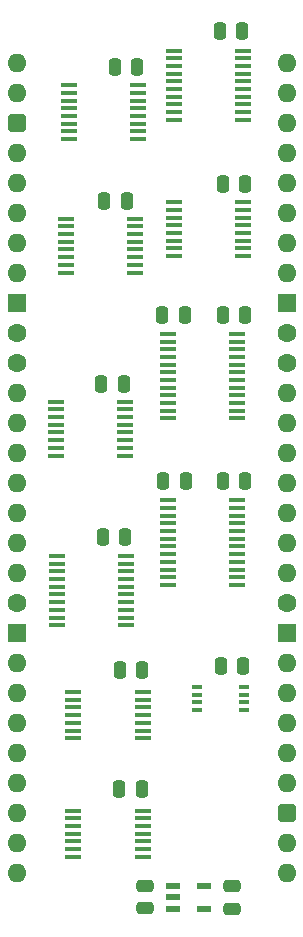
<source format=gts>
%TF.GenerationSoftware,KiCad,Pcbnew,8.0.4*%
%TF.CreationDate,2024-08-14T09:05:32+02:00*%
%TF.ProjectId,VIA Control,56494120-436f-46e7-9472-6f6c2e6b6963,rev?*%
%TF.SameCoordinates,PX791ddc0PY4fefde0*%
%TF.FileFunction,Soldermask,Top*%
%TF.FilePolarity,Negative*%
%FSLAX46Y46*%
G04 Gerber Fmt 4.6, Leading zero omitted, Abs format (unit mm)*
G04 Created by KiCad (PCBNEW 8.0.4) date 2024-08-14 09:05:32*
%MOMM*%
%LPD*%
G01*
G04 APERTURE LIST*
G04 Aperture macros list*
%AMRoundRect*
0 Rectangle with rounded corners*
0 $1 Rounding radius*
0 $2 $3 $4 $5 $6 $7 $8 $9 X,Y pos of 4 corners*
0 Add a 4 corners polygon primitive as box body*
4,1,4,$2,$3,$4,$5,$6,$7,$8,$9,$2,$3,0*
0 Add four circle primitives for the rounded corners*
1,1,$1+$1,$2,$3*
1,1,$1+$1,$4,$5*
1,1,$1+$1,$6,$7*
1,1,$1+$1,$8,$9*
0 Add four rect primitives between the rounded corners*
20,1,$1+$1,$2,$3,$4,$5,0*
20,1,$1+$1,$4,$5,$6,$7,0*
20,1,$1+$1,$6,$7,$8,$9,0*
20,1,$1+$1,$8,$9,$2,$3,0*%
G04 Aperture macros list end*
%ADD10RoundRect,0.250000X0.250000X0.475000X-0.250000X0.475000X-0.250000X-0.475000X0.250000X-0.475000X0*%
%ADD11RoundRect,0.250000X-0.250000X-0.475000X0.250000X-0.475000X0.250000X0.475000X-0.250000X0.475000X0*%
%ADD12R,0.950000X0.450000*%
%ADD13R,1.475000X0.450000*%
%ADD14R,1.450000X0.450000*%
%ADD15RoundRect,0.250000X-0.475000X0.250000X-0.475000X-0.250000X0.475000X-0.250000X0.475000X0.250000X0*%
%ADD16O,1.600000X1.600000*%
%ADD17RoundRect,0.400000X-0.400000X-0.400000X0.400000X-0.400000X0.400000X0.400000X-0.400000X0.400000X0*%
%ADD18R,1.600000X1.600000*%
%ADD19C,1.600000*%
%ADD20RoundRect,0.250000X0.475000X-0.250000X0.475000X0.250000X-0.475000X0.250000X-0.475000X-0.250000X0*%
%ADD21R,1.150000X0.600000*%
G04 APERTURE END LIST*
D10*
%TO.C,C12*%
X10651000Y-51435000D03*
X8751000Y-51435000D03*
%TD*%
%TO.C,C13*%
X9189000Y-40132000D03*
X7289000Y-40132000D03*
%TD*%
D11*
%TO.C,C4*%
X12401000Y-35433000D03*
X14301000Y-35433000D03*
%TD*%
D12*
%TO.C,IC3*%
X15297000Y-52873000D03*
X15297000Y-53523000D03*
X15297000Y-54173000D03*
X15297000Y-54823000D03*
X19247000Y-54823000D03*
X19247000Y-54173000D03*
X19247000Y-53523000D03*
X19247000Y-52873000D03*
%TD*%
D10*
%TO.C,C7*%
X10205000Y-381000D03*
X8305000Y-381000D03*
%TD*%
%TO.C,C10*%
X19095000Y2667000D03*
X17195000Y2667000D03*
%TD*%
D13*
%TO.C,IC1*%
X13318000Y1020000D03*
X13318000Y370000D03*
X13318000Y-280000D03*
X13318000Y-930000D03*
X13318000Y-1580000D03*
X13318000Y-2230000D03*
X13318000Y-2880000D03*
X13318000Y-3530000D03*
X13318000Y-4180000D03*
X13318000Y-4830000D03*
X19194000Y-4830000D03*
X19194000Y-4180000D03*
X19194000Y-3530000D03*
X19194000Y-2880000D03*
X19194000Y-2230000D03*
X19194000Y-1580000D03*
X19194000Y-930000D03*
X19194000Y-280000D03*
X19194000Y370000D03*
X19194000Y1020000D03*
%TD*%
D14*
%TO.C,IC4*%
X3298000Y-28713000D03*
X3298000Y-29363000D03*
X3298000Y-30013000D03*
X3298000Y-30663000D03*
X3298000Y-31313000D03*
X3298000Y-31963000D03*
X3298000Y-32613000D03*
X3298000Y-33263000D03*
X9148000Y-33263000D03*
X9148000Y-32613000D03*
X9148000Y-31963000D03*
X9148000Y-31313000D03*
X9148000Y-30663000D03*
X9148000Y-30013000D03*
X9148000Y-29363000D03*
X9148000Y-28713000D03*
%TD*%
D10*
%TO.C,C5*%
X9316000Y-11684000D03*
X7416000Y-11684000D03*
%TD*%
D15*
%TO.C,C2*%
X18258000Y-69739000D03*
X18258000Y-71639000D03*
%TD*%
D11*
%TO.C,C8*%
X12324000Y-21336000D03*
X14224000Y-21336000D03*
%TD*%
D16*
%TO.C,J3*%
X0Y0D03*
X0Y-2540000D03*
D17*
X0Y-5080000D03*
D16*
X0Y-7620000D03*
X0Y-10160000D03*
X0Y-12700000D03*
X0Y-15240000D03*
X0Y-17780000D03*
D18*
X0Y-20320000D03*
D19*
X0Y-22860000D03*
X0Y-25400000D03*
D16*
X0Y-27940000D03*
X0Y-30480000D03*
X0Y-33020000D03*
X0Y-35560000D03*
X0Y-38100000D03*
X0Y-40640000D03*
X0Y-43180000D03*
D19*
X0Y-45720000D03*
D18*
X0Y-48260000D03*
D16*
X0Y-50800000D03*
X0Y-53340000D03*
X0Y-55880000D03*
X0Y-58420000D03*
X0Y-60960000D03*
X0Y-63500000D03*
X0Y-66040000D03*
X0Y-68580000D03*
X22860000Y-68580000D03*
X22860000Y-66040000D03*
D17*
X22860000Y-63500000D03*
D16*
X22860000Y-60960000D03*
X22860000Y-58420000D03*
X22860000Y-55880000D03*
X22860000Y-53340000D03*
X22860000Y-50800000D03*
D18*
X22860000Y-48260000D03*
D19*
X22860000Y-45720000D03*
D16*
X22860000Y-43180000D03*
X22860000Y-40640000D03*
X22860000Y-38100000D03*
X22860000Y-35560000D03*
X22860000Y-33020000D03*
X22860000Y-30480000D03*
X22860000Y-27940000D03*
D19*
X22860000Y-25400000D03*
X22860000Y-22860000D03*
D18*
X22860000Y-20320000D03*
D16*
X22860000Y-17780000D03*
X22860000Y-15240000D03*
X22860000Y-12700000D03*
X22860000Y-10160000D03*
X22860000Y-7620000D03*
X22860000Y-5080000D03*
X22860000Y-2540000D03*
X22860000Y0D03*
%TD*%
D10*
%TO.C,C11*%
X10569000Y-61468000D03*
X8669000Y-61468000D03*
%TD*%
D13*
%TO.C,IC2*%
X12810000Y-22968000D03*
X12810000Y-23618000D03*
X12810000Y-24268000D03*
X12810000Y-24918000D03*
X12810000Y-25568000D03*
X12810000Y-26218000D03*
X12810000Y-26868000D03*
X12810000Y-27518000D03*
X12810000Y-28168000D03*
X12810000Y-28818000D03*
X12810000Y-29468000D03*
X12810000Y-30118000D03*
X18686000Y-30118000D03*
X18686000Y-29468000D03*
X18686000Y-28818000D03*
X18686000Y-28168000D03*
X18686000Y-27518000D03*
X18686000Y-26868000D03*
X18686000Y-26218000D03*
X18686000Y-25568000D03*
X18686000Y-24918000D03*
X18686000Y-24268000D03*
X18686000Y-23618000D03*
X18686000Y-22968000D03*
%TD*%
D20*
%TO.C,C1*%
X10892000Y-71607000D03*
X10892000Y-69707000D03*
%TD*%
D13*
%TO.C,IC6*%
X12810000Y-37065000D03*
X12810000Y-37715000D03*
X12810000Y-38365000D03*
X12810000Y-39015000D03*
X12810000Y-39665000D03*
X12810000Y-40315000D03*
X12810000Y-40965000D03*
X12810000Y-41615000D03*
X12810000Y-42265000D03*
X12810000Y-42915000D03*
X12810000Y-43565000D03*
X12810000Y-44215000D03*
X18686000Y-44215000D03*
X18686000Y-43565000D03*
X18686000Y-42915000D03*
X18686000Y-42265000D03*
X18686000Y-41615000D03*
X18686000Y-40965000D03*
X18686000Y-40315000D03*
X18686000Y-39665000D03*
X18686000Y-39015000D03*
X18686000Y-38365000D03*
X18686000Y-37715000D03*
X18686000Y-37065000D03*
%TD*%
D10*
%TO.C,C15*%
X19349000Y-10287000D03*
X17449000Y-10287000D03*
%TD*%
D13*
%TO.C,IC11*%
X3412000Y-41779000D03*
X3412000Y-42429000D03*
X3412000Y-43079000D03*
X3412000Y-43729000D03*
X3412000Y-44379000D03*
X3412000Y-45029000D03*
X3412000Y-45679000D03*
X3412000Y-46329000D03*
X3412000Y-46979000D03*
X3412000Y-47629000D03*
X9288000Y-47629000D03*
X9288000Y-46979000D03*
X9288000Y-46329000D03*
X9288000Y-45679000D03*
X9288000Y-45029000D03*
X9288000Y-44379000D03*
X9288000Y-43729000D03*
X9288000Y-43079000D03*
X9288000Y-42429000D03*
X9288000Y-41779000D03*
%TD*%
%TO.C,IC10*%
X4792000Y-53295000D03*
X4792000Y-53945000D03*
X4792000Y-54595000D03*
X4792000Y-55245000D03*
X4792000Y-55895000D03*
X4792000Y-56545000D03*
X4792000Y-57195000D03*
X10668000Y-57195000D03*
X10668000Y-56545000D03*
X10668000Y-55895000D03*
X10668000Y-55245000D03*
X10668000Y-54595000D03*
X10668000Y-53945000D03*
X10668000Y-53295000D03*
%TD*%
D10*
%TO.C,C14*%
X19177000Y-51054000D03*
X17277000Y-51054000D03*
%TD*%
D21*
%TO.C,IC5*%
X13275000Y-69723000D03*
X13275000Y-70673000D03*
X13275000Y-71623000D03*
X15875000Y-71623000D03*
X15875000Y-69723000D03*
%TD*%
D14*
%TO.C,IC8*%
X13331000Y-11822000D03*
X13331000Y-12472000D03*
X13331000Y-13122000D03*
X13331000Y-13772000D03*
X13331000Y-14422000D03*
X13331000Y-15072000D03*
X13331000Y-15722000D03*
X13331000Y-16372000D03*
X19181000Y-16372000D03*
X19181000Y-15722000D03*
X19181000Y-15072000D03*
X19181000Y-14422000D03*
X19181000Y-13772000D03*
X19181000Y-13122000D03*
X19181000Y-12472000D03*
X19181000Y-11822000D03*
%TD*%
D10*
%TO.C,C3*%
X19349000Y-21336000D03*
X17449000Y-21336000D03*
%TD*%
D14*
%TO.C,IC12*%
X4441000Y-1916000D03*
X4441000Y-2566000D03*
X4441000Y-3216000D03*
X4441000Y-3866000D03*
X4441000Y-4516000D03*
X4441000Y-5166000D03*
X4441000Y-5816000D03*
X4441000Y-6466000D03*
X10291000Y-6466000D03*
X10291000Y-5816000D03*
X10291000Y-5166000D03*
X10291000Y-4516000D03*
X10291000Y-3866000D03*
X10291000Y-3216000D03*
X10291000Y-2566000D03*
X10291000Y-1916000D03*
%TD*%
%TO.C,IC7*%
X4187000Y-13219000D03*
X4187000Y-13869000D03*
X4187000Y-14519000D03*
X4187000Y-15169000D03*
X4187000Y-15819000D03*
X4187000Y-16469000D03*
X4187000Y-17119000D03*
X4187000Y-17769000D03*
X10037000Y-17769000D03*
X10037000Y-17119000D03*
X10037000Y-16469000D03*
X10037000Y-15819000D03*
X10037000Y-15169000D03*
X10037000Y-14519000D03*
X10037000Y-13869000D03*
X10037000Y-13219000D03*
%TD*%
D13*
%TO.C,IC9*%
X4792000Y-63328000D03*
X4792000Y-63978000D03*
X4792000Y-64628000D03*
X4792000Y-65278000D03*
X4792000Y-65928000D03*
X4792000Y-66578000D03*
X4792000Y-67228000D03*
X10668000Y-67228000D03*
X10668000Y-66578000D03*
X10668000Y-65928000D03*
X10668000Y-65278000D03*
X10668000Y-64628000D03*
X10668000Y-63978000D03*
X10668000Y-63328000D03*
%TD*%
D10*
%TO.C,C9*%
X9062000Y-27178000D03*
X7162000Y-27178000D03*
%TD*%
%TO.C,C6*%
X19349000Y-35433000D03*
X17449000Y-35433000D03*
%TD*%
M02*

</source>
